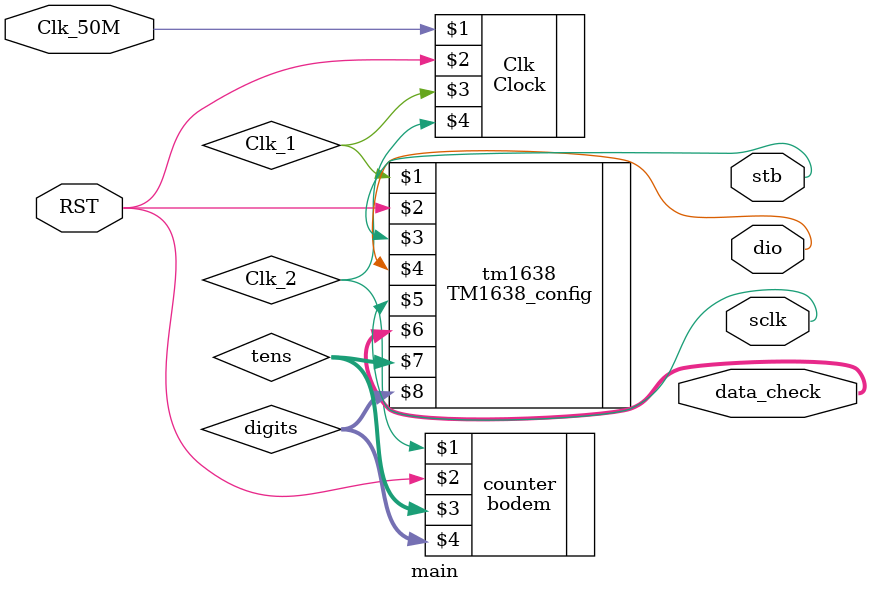
<source format=v>
`timescale 1ns / 1ps
module main(Clk_50M, RST, dio, sclk, stb, data_check);
input Clk_50M, RST;
wire Clk_1, Clk_2;
wire [3:0] tens, digits;
output wire dio, stb, sclk;
output wire [7:0] data_check;
Clock Clk(Clk_50M, RST, Clk_1, Clk_2);
TM1638_config tm1638(Clk_1, RST, stb, dio, sclk, data_check, tens, digits);
bodem counter (Clk_2, RST, tens, digits);

endmodule

</source>
